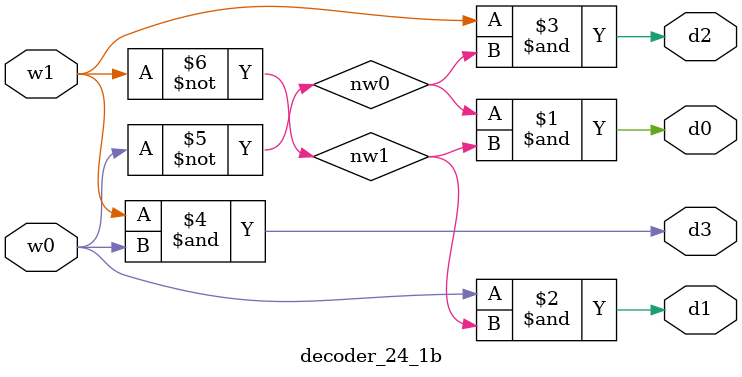
<source format=v>
module decoder_24_1b(w1, w0, d3, d2, d1, d0);
   input w1;
   input w0;
   output d3;
   output d2;
   output d1;
   output d0;
   
   wire nw0;
   not #(1) not0(nw0, w0);
   wire nw1;
   not #(1) not1(nw1, w1);

   and #(3) and0(d0, nw0, nw1);
   and #(3) and1(d1, w0, nw1);
   and #(3) and2(d2, w1, nw0);
   and #(3) and3(d3, w1, w0);
endmodule

</source>
